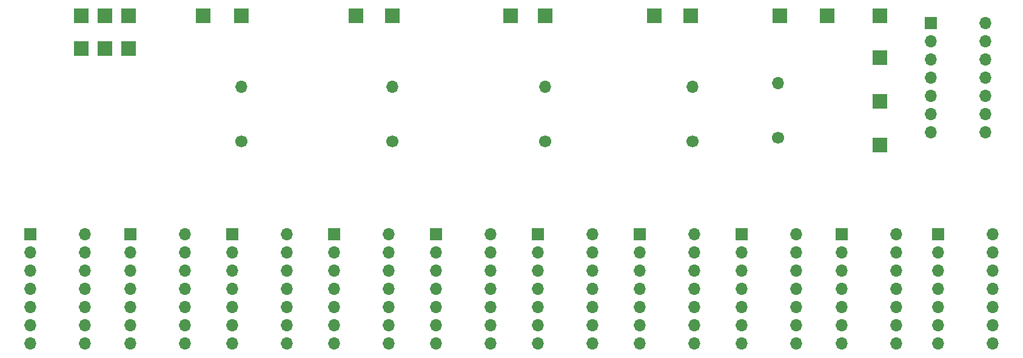
<source format=gbr>
%TF.GenerationSoftware,KiCad,Pcbnew,(5.1.6)-1*%
%TF.CreationDate,2020-12-22T11:19:17+01:00*%
%TF.ProjectId,Addierer,41646469-6572-4657-922e-6b696361645f,rev?*%
%TF.SameCoordinates,Original*%
%TF.FileFunction,Soldermask,Bot*%
%TF.FilePolarity,Negative*%
%FSLAX46Y46*%
G04 Gerber Fmt 4.6, Leading zero omitted, Abs format (unit mm)*
G04 Created by KiCad (PCBNEW (5.1.6)-1) date 2020-12-22 11:19:17*
%MOMM*%
%LPD*%
G01*
G04 APERTURE LIST*
%ADD10R,2.100000X2.100000*%
%ADD11O,1.700000X1.700000*%
%ADD12C,1.700000*%
%ADD13R,1.700000X1.700000*%
G04 APERTURE END LIST*
D10*
%TO.C,GND*%
X60452000Y-99568000D03*
%TD*%
%TO.C,GND*%
X57150000Y-99568000D03*
%TD*%
%TO.C,Vcc*%
X60452000Y-94996000D03*
%TD*%
%TO.C,Vcc*%
X57150000Y-94996000D03*
%TD*%
%TO.C,a1*%
X70866000Y-94996000D03*
%TD*%
%TO.C,a2*%
X92202000Y-94996000D03*
%TD*%
%TO.C,a3*%
X113792000Y-94996000D03*
%TD*%
%TO.C,a4*%
X133858000Y-94996000D03*
%TD*%
%TO.C,b1*%
X165354000Y-94996000D03*
%TD*%
%TO.C,b2*%
X165354000Y-100838000D03*
%TD*%
%TO.C,b3*%
X165354000Y-106934000D03*
%TD*%
%TO.C,b4*%
X165354000Y-113030000D03*
%TD*%
%TO.C,GND*%
X53848000Y-99568000D03*
%TD*%
D11*
%TO.C,R1*%
X76200000Y-104902000D03*
D12*
X76200000Y-112522000D03*
%TD*%
D11*
%TO.C,R3*%
X97282000Y-104902000D03*
D12*
X97282000Y-112522000D03*
%TD*%
%TO.C,R5*%
X118618000Y-112522000D03*
D11*
X118618000Y-104902000D03*
%TD*%
D12*
%TO.C,R7*%
X139192000Y-112522000D03*
D11*
X139192000Y-104902000D03*
%TD*%
D12*
%TO.C,R8*%
X151130000Y-112014000D03*
D11*
X151130000Y-104394000D03*
%TD*%
D10*
%TO.C,S1*%
X76200000Y-94996000D03*
%TD*%
%TO.C,S2*%
X97282000Y-94996000D03*
%TD*%
%TO.C,S3*%
X118618000Y-94996000D03*
%TD*%
%TO.C,S4*%
X138938000Y-94996000D03*
%TD*%
D13*
%TO.C,U1*%
X46736000Y-125476000D03*
D11*
X54356000Y-140716000D03*
X46736000Y-128016000D03*
X54356000Y-138176000D03*
X46736000Y-130556000D03*
X54356000Y-135636000D03*
X46736000Y-133096000D03*
X54356000Y-133096000D03*
X46736000Y-135636000D03*
X54356000Y-130556000D03*
X46736000Y-138176000D03*
X54356000Y-128016000D03*
X46736000Y-140716000D03*
X54356000Y-125476000D03*
%TD*%
D13*
%TO.C,U2*%
X60706000Y-125476000D03*
D11*
X68326000Y-140716000D03*
X60706000Y-128016000D03*
X68326000Y-138176000D03*
X60706000Y-130556000D03*
X68326000Y-135636000D03*
X60706000Y-133096000D03*
X68326000Y-133096000D03*
X60706000Y-135636000D03*
X68326000Y-130556000D03*
X60706000Y-138176000D03*
X68326000Y-128016000D03*
X60706000Y-140716000D03*
X68326000Y-125476000D03*
%TD*%
%TO.C,U3*%
X82550000Y-125476000D03*
X74930000Y-140716000D03*
X82550000Y-128016000D03*
X74930000Y-138176000D03*
X82550000Y-130556000D03*
X74930000Y-135636000D03*
X82550000Y-133096000D03*
X74930000Y-133096000D03*
X82550000Y-135636000D03*
X74930000Y-130556000D03*
X82550000Y-138176000D03*
X74930000Y-128016000D03*
X82550000Y-140716000D03*
D13*
X74930000Y-125476000D03*
%TD*%
D11*
%TO.C,U4*%
X96774000Y-125476000D03*
X89154000Y-140716000D03*
X96774000Y-128016000D03*
X89154000Y-138176000D03*
X96774000Y-130556000D03*
X89154000Y-135636000D03*
X96774000Y-133096000D03*
X89154000Y-133096000D03*
X96774000Y-135636000D03*
X89154000Y-130556000D03*
X96774000Y-138176000D03*
X89154000Y-128016000D03*
X96774000Y-140716000D03*
D13*
X89154000Y-125476000D03*
%TD*%
%TO.C,U5*%
X103378000Y-125476000D03*
D11*
X110998000Y-140716000D03*
X103378000Y-128016000D03*
X110998000Y-138176000D03*
X103378000Y-130556000D03*
X110998000Y-135636000D03*
X103378000Y-133096000D03*
X110998000Y-133096000D03*
X103378000Y-135636000D03*
X110998000Y-130556000D03*
X103378000Y-138176000D03*
X110998000Y-128016000D03*
X103378000Y-140716000D03*
X110998000Y-125476000D03*
%TD*%
%TO.C,U6*%
X125222000Y-125476000D03*
X117602000Y-140716000D03*
X125222000Y-128016000D03*
X117602000Y-138176000D03*
X125222000Y-130556000D03*
X117602000Y-135636000D03*
X125222000Y-133096000D03*
X117602000Y-133096000D03*
X125222000Y-135636000D03*
X117602000Y-130556000D03*
X125222000Y-138176000D03*
X117602000Y-128016000D03*
X125222000Y-140716000D03*
D13*
X117602000Y-125476000D03*
%TD*%
%TO.C,U7*%
X131826000Y-125476000D03*
D11*
X139446000Y-140716000D03*
X131826000Y-128016000D03*
X139446000Y-138176000D03*
X131826000Y-130556000D03*
X139446000Y-135636000D03*
X131826000Y-133096000D03*
X139446000Y-133096000D03*
X131826000Y-135636000D03*
X139446000Y-130556000D03*
X131826000Y-138176000D03*
X139446000Y-128016000D03*
X131826000Y-140716000D03*
X139446000Y-125476000D03*
%TD*%
%TO.C,U8*%
X153670000Y-125476000D03*
X146050000Y-140716000D03*
X153670000Y-128016000D03*
X146050000Y-138176000D03*
X153670000Y-130556000D03*
X146050000Y-135636000D03*
X153670000Y-133096000D03*
X146050000Y-133096000D03*
X153670000Y-135636000D03*
X146050000Y-130556000D03*
X153670000Y-138176000D03*
X146050000Y-128016000D03*
X153670000Y-140716000D03*
D13*
X146050000Y-125476000D03*
%TD*%
%TO.C,U9*%
X160020000Y-125476000D03*
D11*
X167640000Y-140716000D03*
X160020000Y-128016000D03*
X167640000Y-138176000D03*
X160020000Y-130556000D03*
X167640000Y-135636000D03*
X160020000Y-133096000D03*
X167640000Y-133096000D03*
X160020000Y-135636000D03*
X167640000Y-130556000D03*
X160020000Y-138176000D03*
X167640000Y-128016000D03*
X160020000Y-140716000D03*
X167640000Y-125476000D03*
%TD*%
%TO.C,U10*%
X181102000Y-125476000D03*
X173482000Y-140716000D03*
X181102000Y-128016000D03*
X173482000Y-138176000D03*
X181102000Y-130556000D03*
X173482000Y-135636000D03*
X181102000Y-133096000D03*
X173482000Y-133096000D03*
X181102000Y-135636000D03*
X173482000Y-130556000D03*
X181102000Y-138176000D03*
X173482000Y-128016000D03*
X181102000Y-140716000D03*
D13*
X173482000Y-125476000D03*
%TD*%
D10*
%TO.C,U11*%
X157988000Y-94996000D03*
%TD*%
D13*
%TO.C,U12*%
X172466000Y-96012000D03*
D11*
X180086000Y-111252000D03*
X172466000Y-98552000D03*
X180086000Y-108712000D03*
X172466000Y-101092000D03*
X180086000Y-106172000D03*
X172466000Y-103632000D03*
X180086000Y-103632000D03*
X172466000Y-106172000D03*
X180086000Y-101092000D03*
X172466000Y-108712000D03*
X180086000Y-98552000D03*
X172466000Y-111252000D03*
X180086000Y-96012000D03*
%TD*%
D10*
%TO.C,Vcc*%
X53848000Y-94996000D03*
%TD*%
%TO.C,\u00DCn+4*%
X151384000Y-94996000D03*
%TD*%
M02*

</source>
